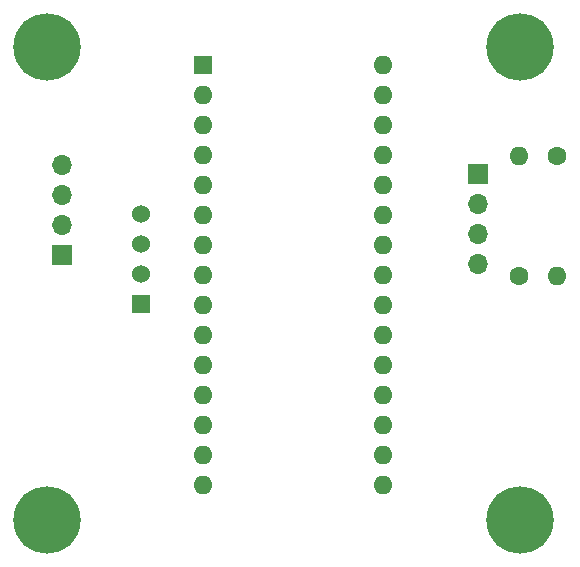
<source format=gbr>
%TF.GenerationSoftware,KiCad,Pcbnew,5.1.10-88a1d61d58~90~ubuntu20.04.1*%
%TF.CreationDate,2021-10-05T16:38:46-07:00*%
%TF.ProjectId,FilaScale-s,46696c61-5363-4616-9c65-2d732e6b6963,rev?*%
%TF.SameCoordinates,Original*%
%TF.FileFunction,Soldermask,Bot*%
%TF.FilePolarity,Negative*%
%FSLAX46Y46*%
G04 Gerber Fmt 4.6, Leading zero omitted, Abs format (unit mm)*
G04 Created by KiCad (PCBNEW 5.1.10-88a1d61d58~90~ubuntu20.04.1) date 2021-10-05 16:38:46*
%MOMM*%
%LPD*%
G01*
G04 APERTURE LIST*
%ADD10C,5.700000*%
%ADD11R,1.524000X1.524000*%
%ADD12C,1.524000*%
%ADD13R,1.600000X1.600000*%
%ADD14O,1.600000X1.600000*%
%ADD15O,1.700000X1.700000*%
%ADD16R,1.700000X1.700000*%
%ADD17C,1.600000*%
G04 APERTURE END LIST*
D10*
%TO.C,M3*%
X43000000Y-168000000D03*
%TD*%
%TO.C,M3*%
X83000000Y-168000000D03*
%TD*%
%TO.C,M3*%
X83000000Y-128000000D03*
%TD*%
%TO.C,M3*%
X43000000Y-128000000D03*
%TD*%
D11*
%TO.C,J1*%
X50914300Y-149733000D03*
D12*
X50914300Y-147193000D03*
X50914300Y-144653000D03*
X50914300Y-142113000D03*
%TD*%
D13*
%TO.C,J2*%
X56203101Y-129497501D03*
D14*
X71443101Y-162517501D03*
X56203101Y-132037501D03*
X71443101Y-159977501D03*
X56203101Y-134577501D03*
X71443101Y-157437501D03*
X56203101Y-137117501D03*
X71443101Y-154897501D03*
X56203101Y-139657501D03*
X71443101Y-152357501D03*
X56203101Y-142197501D03*
X71443101Y-149817501D03*
X56203101Y-144737501D03*
X71443101Y-147277501D03*
X56203101Y-147277501D03*
X71443101Y-144737501D03*
X56203101Y-149817501D03*
X71443101Y-142197501D03*
X56203101Y-152357501D03*
X71443101Y-139657501D03*
X56203101Y-154897501D03*
X71443101Y-137117501D03*
X56203101Y-157437501D03*
X71443101Y-134577501D03*
X56203101Y-159977501D03*
X71443101Y-132037501D03*
X56203101Y-162517501D03*
X71443101Y-129497501D03*
X56203101Y-165057501D03*
X71443101Y-165057501D03*
%TD*%
D15*
%TO.C,J3*%
X79425800Y-146342100D03*
X79425800Y-143802100D03*
X79425800Y-141262100D03*
D16*
X79425800Y-138722100D03*
%TD*%
%TO.C,J4*%
X44208700Y-145592800D03*
D15*
X44208700Y-143052800D03*
X44208700Y-140512800D03*
X44208700Y-137972800D03*
%TD*%
D14*
%TO.C,R1*%
X82960000Y-137190000D03*
D17*
X82960000Y-147350000D03*
%TD*%
%TO.C,R2*%
X86170000Y-137200000D03*
D14*
X86170000Y-147360000D03*
%TD*%
M02*

</source>
